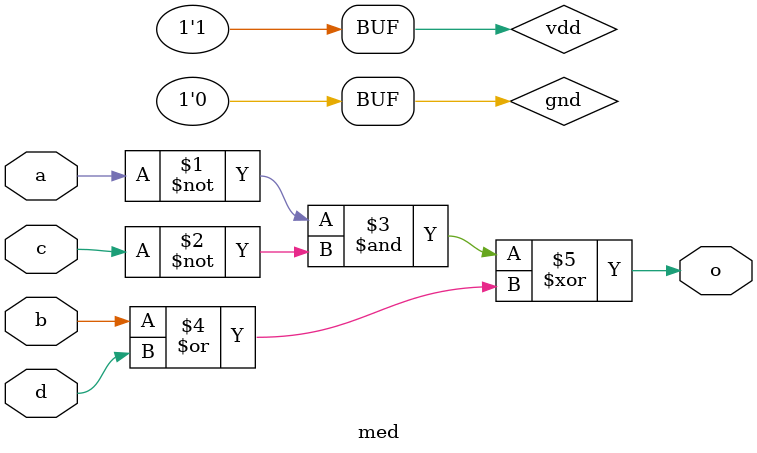
<source format=v>
module med (
    input a,
    input b,
    input c,
    input d,
    output o
);
    wire vdd = 1'b1;
    wire gnd = 1'b0;

    assign o = (~a & ~c) ^ (b | d);
endmodule

</source>
